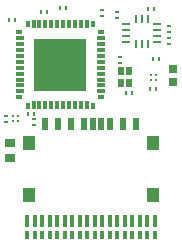
<source format=gbr>
G04 EAGLE Gerber RS-274X export*
G75*
%MOMM*%
%FSLAX34Y34*%
%LPD*%
%INSolderpaste Bottom*%
%IPPOS*%
%AMOC8*
5,1,8,0,0,1.08239X$1,22.5*%
G01*
%ADD10R,0.381000X0.762000*%
%ADD11R,0.381000X1.016000*%
%ADD12R,0.500000X1.000000*%
%ADD13R,1.050000X1.200000*%
%ADD14R,0.900000X0.700000*%
%ADD15R,0.550000X0.300000*%
%ADD16R,0.650000X0.300000*%
%ADD17R,0.300000X0.550000*%
%ADD18R,0.300000X0.650000*%
%ADD19R,4.500000X4.500000*%
%ADD20R,0.250000X0.350000*%
%ADD21R,0.350000X0.250000*%
%ADD22C,0.250000*%
%ADD23R,0.762000X0.685800*%
%ADD24R,0.280000X0.430000*%
%ADD25R,0.500000X0.700000*%
%ADD26R,0.800000X0.250000*%
%ADD27R,0.250000X0.800000*%
%ADD28R,0.430000X0.280000*%


D10*
X61925Y37660D03*
X68275Y37660D03*
X55575Y37660D03*
X74625Y37660D03*
X49225Y37660D03*
X80975Y37660D03*
X42875Y37660D03*
X36525Y37660D03*
X87325Y37660D03*
X93675Y37660D03*
D11*
X36525Y49090D03*
X42875Y49090D03*
X49225Y49090D03*
X55575Y49090D03*
X61925Y49090D03*
X68275Y49090D03*
X74625Y49090D03*
X80975Y49090D03*
D10*
X100025Y37660D03*
X106375Y37660D03*
X112725Y37660D03*
X119075Y37660D03*
X125425Y37660D03*
X131775Y37660D03*
X138125Y37660D03*
X144475Y37660D03*
D11*
X87325Y49090D03*
X93675Y49090D03*
X100025Y49090D03*
X106375Y49090D03*
X112725Y49090D03*
X119075Y49090D03*
X125425Y49090D03*
X131775Y49090D03*
X138125Y49090D03*
X144475Y49090D03*
D12*
X129000Y131500D03*
X118000Y131500D03*
X107000Y131500D03*
X99500Y131500D03*
X92500Y131500D03*
X85000Y131500D03*
X74000Y131500D03*
X63000Y131500D03*
X52000Y131500D03*
D13*
X38200Y70900D03*
X142800Y70900D03*
X38200Y115400D03*
X142800Y115400D03*
D14*
X22000Y102500D03*
X22000Y115500D03*
D15*
X99250Y209000D03*
D16*
X98750Y204000D03*
X98750Y199000D03*
X98750Y194000D03*
X98750Y189000D03*
X98750Y184000D03*
X98750Y179000D03*
X98750Y174000D03*
X98750Y169000D03*
X98750Y164000D03*
X98750Y159000D03*
D15*
X99250Y154000D03*
D17*
X92000Y146750D03*
D18*
X87000Y147250D03*
X82000Y147250D03*
X77000Y147250D03*
X72000Y147250D03*
X67000Y147250D03*
X62000Y147250D03*
X57000Y147250D03*
X52000Y147250D03*
X47000Y147250D03*
X42000Y147250D03*
D17*
X37000Y146750D03*
D15*
X29750Y154000D03*
D16*
X30250Y159000D03*
X30250Y164000D03*
X30250Y169000D03*
X30250Y174000D03*
X30250Y179000D03*
X30250Y184000D03*
X30250Y189000D03*
X30250Y194000D03*
X30250Y199000D03*
X30250Y204000D03*
D15*
X29750Y209000D03*
D17*
X37000Y216250D03*
D18*
X42000Y215750D03*
X47000Y215750D03*
X52000Y215750D03*
X57000Y215750D03*
X62000Y215750D03*
X67000Y215750D03*
X72000Y215750D03*
X77000Y215750D03*
X82000Y215750D03*
X87000Y215750D03*
D17*
X92000Y216250D03*
D19*
X64500Y181500D03*
D20*
X42000Y139500D03*
X37000Y139500D03*
X21500Y219500D03*
X26500Y219500D03*
D21*
X100000Y228000D03*
X100000Y223000D03*
D22*
X141468Y168468D03*
X145532Y168468D03*
X141468Y172532D03*
X145532Y172532D03*
D20*
X148500Y186000D03*
X143500Y186000D03*
X146000Y161000D03*
X141000Y161000D03*
D22*
X29032Y138032D03*
X24968Y138032D03*
X29032Y133968D03*
X24968Y133968D03*
D21*
X42000Y130500D03*
X42000Y135500D03*
X19000Y133000D03*
X19000Y138000D03*
D23*
X160000Y177834D03*
X160000Y167166D03*
D24*
X69550Y229500D03*
X64450Y229500D03*
D25*
X116000Y166000D03*
X116000Y176000D03*
X123000Y166000D03*
X123000Y176000D03*
D20*
X120000Y158000D03*
X125000Y158000D03*
D21*
X115500Y188000D03*
X115500Y183000D03*
D26*
X146750Y216000D03*
X146750Y211000D03*
X146750Y206000D03*
X146750Y201000D03*
D27*
X138500Y198750D03*
X133500Y198750D03*
X128500Y198750D03*
D26*
X120250Y201000D03*
X120250Y206000D03*
X120250Y211000D03*
X120250Y216000D03*
D27*
X128500Y220250D03*
X133500Y220250D03*
X138500Y220250D03*
D28*
X113000Y220950D03*
X113000Y226050D03*
D24*
X144050Y229000D03*
X138950Y229000D03*
D28*
X157000Y199450D03*
X157000Y204550D03*
X157000Y214050D03*
X157000Y208950D03*
D24*
X48450Y226000D03*
X53550Y226000D03*
M02*

</source>
